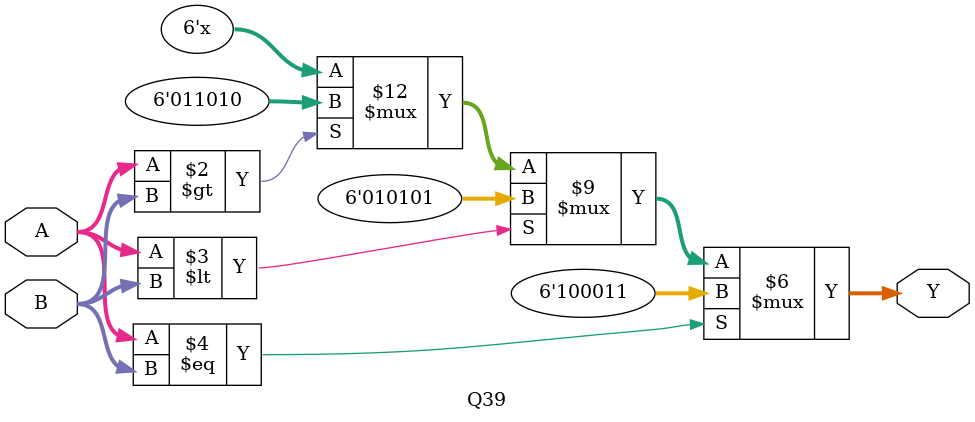
<source format=v>
module Q39(input [3:0] A,B, output reg [5:0] Y);
    always @(A,B) begin
        if (A > B) Y = 6'b011010;
        if (A < B) Y = 6'b010101;
        if (A == B) Y = 6'b100011;
    end
endmodule
</source>
